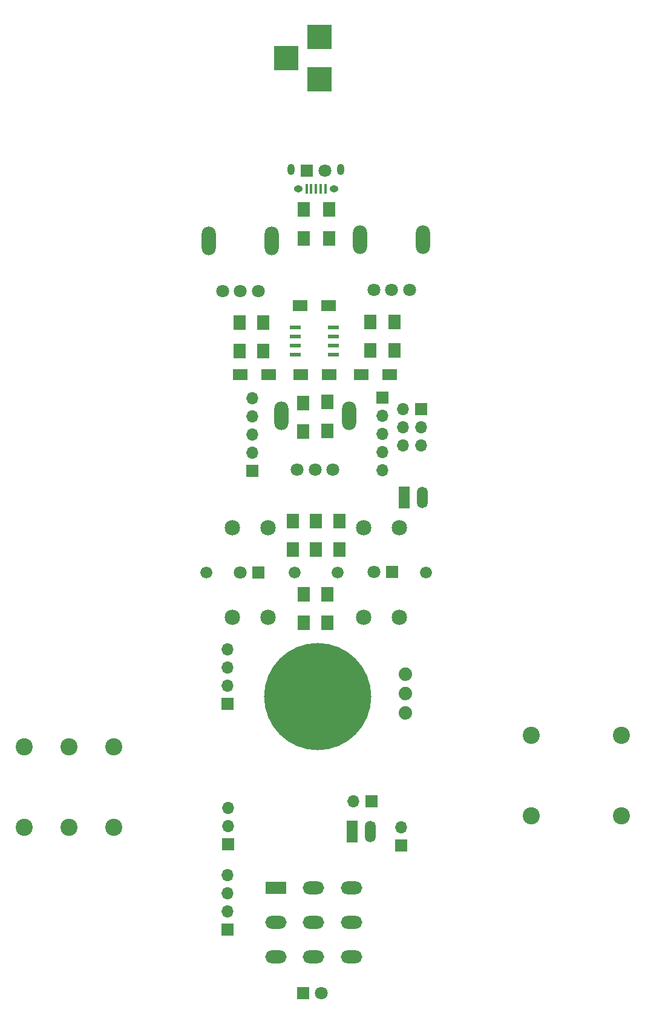
<source format=gbr>
G04 #@! TF.FileFunction,Copper,L2,Bot,Signal*
%FSLAX46Y46*%
G04 Gerber Fmt 4.6, Leading zero omitted, Abs format (unit mm)*
G04 Created by KiCad (PCBNEW 4.0.7-e0-6372~58~ubuntu16.04.1) date Sun Jul 15 17:02:29 2018*
%MOMM*%
%LPD*%
G01*
G04 APERTURE LIST*
%ADD10C,0.100000*%
%ADD11R,1.700000X1.700000*%
%ADD12O,1.700000X1.700000*%
%ADD13R,3.500000X3.500000*%
%ADD14C,2.397760*%
%ADD15C,15.000000*%
%ADD16C,2.159000*%
%ADD17C,1.676400*%
%ADD18R,1.800000X1.800000*%
%ADD19C,1.800000*%
%ADD20R,1.700000X2.000000*%
%ADD21R,0.400000X1.350000*%
%ADD22O,1.250000X0.950000*%
%ADD23O,1.000000X1.550000*%
%ADD24R,1.550000X0.600000*%
%ADD25R,2.000000X1.600000*%
%ADD26R,3.000000X1.800000*%
%ADD27O,3.000000X1.800000*%
%ADD28R,1.510000X3.010000*%
%ADD29O,1.510000X3.010000*%
%ADD30C,1.879600*%
%ADD31O,2.000000X4.000000*%
G04 APERTURE END LIST*
D10*
D11*
X84074000Y-136093200D03*
D12*
X84074000Y-133553200D03*
D13*
X72682100Y-28936200D03*
X72682100Y-22936200D03*
X67982100Y-25936200D03*
D14*
X114927380Y-120672860D03*
X114927380Y-131970780D03*
X102326440Y-120672860D03*
X102326440Y-131970780D03*
X37625020Y-133581140D03*
X37625020Y-122283220D03*
X31325820Y-133581140D03*
X31325820Y-122283220D03*
X43926760Y-133581140D03*
X43926760Y-122283220D03*
D11*
X79921100Y-129933700D03*
D12*
X77381100Y-129933700D03*
D11*
X86895000Y-75035700D03*
D12*
X84355000Y-75035700D03*
X86895000Y-77575700D03*
X84355000Y-77575700D03*
X86895000Y-80115700D03*
X84355000Y-80115700D03*
D15*
X72445000Y-115285700D03*
D11*
X59778900Y-147828000D03*
D12*
X59778900Y-145288000D03*
X59778900Y-142748000D03*
X59778900Y-140208000D03*
D11*
X59778900Y-116248000D03*
D12*
X59778900Y-113708000D03*
X59778900Y-111168000D03*
X59778900Y-108628000D03*
D16*
X60492640Y-104165400D03*
X60492640Y-91668600D03*
X65491360Y-104165400D03*
X65491360Y-91668600D03*
D17*
X56852820Y-97932240D03*
X69184520Y-97932240D03*
D16*
X78860640Y-104165400D03*
X78860640Y-91668600D03*
X83859360Y-104165400D03*
X83859360Y-91668600D03*
D17*
X75220820Y-97932240D03*
X87552520Y-97932240D03*
D18*
X64135000Y-97929700D03*
D19*
X61595000Y-97929700D03*
D18*
X82804000Y-97802700D03*
D19*
X80264000Y-97802700D03*
D20*
X74041000Y-47129700D03*
X74041000Y-51129700D03*
D18*
X70904100Y-41719500D03*
D19*
X73444100Y-41719500D03*
D21*
X70885000Y-44255700D03*
X71535000Y-44255700D03*
X72185000Y-44255700D03*
X72835000Y-44255700D03*
X73485000Y-44255700D03*
D22*
X69685000Y-44255700D03*
X74685000Y-44255700D03*
D23*
X68685000Y-41555700D03*
X75685000Y-41555700D03*
D20*
X73787000Y-104914700D03*
X73787000Y-100914700D03*
X70485000Y-100914700D03*
X70485000Y-104914700D03*
D11*
X81455000Y-73455700D03*
D12*
X81455000Y-75995700D03*
X81455000Y-78535700D03*
X81455000Y-81075700D03*
X81455000Y-83615700D03*
D11*
X63295000Y-83685700D03*
D12*
X63295000Y-81145700D03*
X63295000Y-78605700D03*
X63295000Y-76065700D03*
X63295000Y-73525700D03*
D18*
X70408800Y-156756100D03*
D19*
X72948800Y-156756100D03*
D24*
X69269000Y-67425700D03*
X69269000Y-66155700D03*
X69269000Y-64885700D03*
X69269000Y-63615700D03*
X74669000Y-63615700D03*
X74669000Y-64885700D03*
X74669000Y-66155700D03*
X74669000Y-67425700D03*
D20*
X64770000Y-62941700D03*
X64770000Y-66941700D03*
X83185000Y-66814700D03*
X83185000Y-62814700D03*
X70485000Y-47129700D03*
X70485000Y-51129700D03*
X79756000Y-66814700D03*
X79756000Y-62814700D03*
X61468000Y-62941700D03*
X61468000Y-66941700D03*
X72136000Y-90690700D03*
X72136000Y-94690700D03*
X68961000Y-90690700D03*
X68961000Y-94690700D03*
X75438000Y-90690700D03*
X75438000Y-94690700D03*
X73787000Y-78053700D03*
X73787000Y-74053700D03*
X70358000Y-74180700D03*
X70358000Y-78180700D03*
D25*
X74039000Y-70255700D03*
X70039000Y-70255700D03*
X65595000Y-70243700D03*
X61595000Y-70243700D03*
X69969000Y-60605700D03*
X73969000Y-60605700D03*
X82486000Y-70243700D03*
X78486000Y-70243700D03*
D26*
X66566560Y-142049580D03*
D27*
X66566560Y-146847640D03*
X66566560Y-151645700D03*
X71865000Y-142049580D03*
X71865000Y-146847640D03*
X71865000Y-151645700D03*
X77163440Y-142049580D03*
X77163440Y-146847640D03*
X77163440Y-151645700D03*
D11*
X59867800Y-135890000D03*
D12*
X59867800Y-133350000D03*
X59867800Y-130810000D03*
D28*
X77266800Y-134124700D03*
D29*
X79806800Y-134124700D03*
D28*
X84543900Y-87414100D03*
D29*
X87083900Y-87414100D03*
D30*
X84683600Y-112115600D03*
X84683600Y-114833400D03*
X84683600Y-117551200D03*
D19*
X80276700Y-58369200D03*
X82776700Y-58369200D03*
X85276700Y-58369200D03*
D31*
X78376700Y-51369200D03*
X87176700Y-51369200D03*
D19*
X69572300Y-83496800D03*
X72072300Y-83496800D03*
X74572300Y-83496800D03*
D31*
X67322300Y-75996800D03*
X76822300Y-75996800D03*
D19*
X59109600Y-58521600D03*
X61609600Y-58521600D03*
X64109600Y-58521600D03*
D31*
X57209600Y-51521600D03*
X66009600Y-51521600D03*
M02*

</source>
